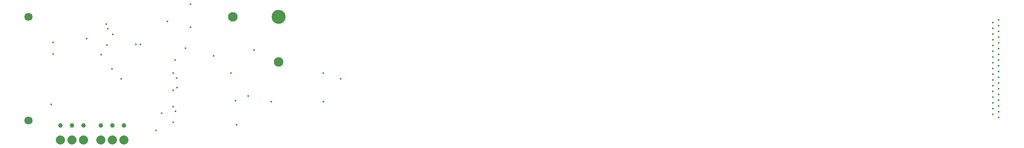
<source format=gbr>
%TF.GenerationSoftware,KiCad,Pcbnew,7.0.6*%
%TF.CreationDate,2023-10-18T20:19:36+02:00*%
%TF.ProjectId,Hydrofoil,48796472-6f66-46f6-996c-2e6b69636164,rev?*%
%TF.SameCoordinates,Original*%
%TF.FileFunction,Plated,1,2,PTH,Drill*%
%TF.FilePolarity,Positive*%
%FSLAX46Y46*%
G04 Gerber Fmt 4.6, Leading zero omitted, Abs format (unit mm)*
G04 Created by KiCad (PCBNEW 7.0.6) date 2023-10-18 20:19:36*
%MOMM*%
%LPD*%
G01*
G04 APERTURE LIST*
%TA.AperFunction,ViaDrill*%
%ADD10C,0.400000*%
%TD*%
%TA.AperFunction,ComponentDrill*%
%ADD11C,1.000000*%
%TD*%
%TA.AperFunction,ViaDrill*%
%ADD12C,1.800000*%
%TD*%
%TA.AperFunction,ViaDrill*%
%ADD13C,2.000000*%
%TD*%
%TA.AperFunction,ViaDrill*%
%ADD14C,2.100000*%
%TD*%
%TA.AperFunction,ViaDrill*%
%ADD15C,3.100000*%
%TD*%
G04 APERTURE END LIST*
D10*
X46863358Y-97120525D03*
X47273626Y-85931424D03*
X47290474Y-83366453D03*
X54610000Y-82550000D03*
X57864858Y-86111042D03*
X58924347Y-79353705D03*
X59160094Y-83965431D03*
X59322559Y-80355529D03*
X60235500Y-89263172D03*
X60348314Y-81591809D03*
X62230000Y-91440000D03*
X65446521Y-83803528D03*
X66504705Y-83837784D03*
X69850000Y-102870000D03*
X71120000Y-99060000D03*
X72390000Y-78740000D03*
X73660000Y-90170000D03*
X73660000Y-93980000D03*
X73660000Y-101084627D03*
X73687551Y-97623755D03*
X74128432Y-87250004D03*
X74215998Y-98618861D03*
X74460662Y-91244751D03*
X74516109Y-93363866D03*
X76387005Y-84636205D03*
X77470000Y-74930000D03*
X77470000Y-80010000D03*
X82550000Y-86360000D03*
X86360000Y-90170000D03*
X87399608Y-96259893D03*
X87630000Y-101600000D03*
X90170000Y-95250000D03*
X91440000Y-85090000D03*
X95250000Y-96520000D03*
X106680000Y-90170000D03*
X106680000Y-96520000D03*
X110490000Y-91440000D03*
X254048605Y-79001961D03*
X254048605Y-80271961D03*
X254048605Y-81541961D03*
X254048605Y-82811961D03*
X254048605Y-84081961D03*
X254048605Y-85351961D03*
X254048605Y-86621961D03*
X254048605Y-87891961D03*
X254048605Y-89161961D03*
X254048605Y-90431961D03*
X254048605Y-91701961D03*
X254048605Y-92971961D03*
X254048605Y-94241961D03*
X254048605Y-95511961D03*
X254048605Y-96781961D03*
X254048605Y-98051961D03*
X254048605Y-99321961D03*
X255318605Y-78366961D03*
X255318605Y-79636961D03*
X255318605Y-80906961D03*
X255318605Y-82176961D03*
X255318605Y-83446961D03*
X255318605Y-84716961D03*
X255318605Y-85986961D03*
X255318605Y-87256961D03*
X255318605Y-88526961D03*
X255318605Y-89796961D03*
X255318605Y-91066961D03*
X255318605Y-92336961D03*
X255318605Y-93606961D03*
X255318605Y-94876961D03*
X255318605Y-96146961D03*
X255318605Y-97416961D03*
X255318605Y-98686961D03*
X255318605Y-99956961D03*
D11*
%TO.C,J1*%
X48895000Y-101799127D03*
X51435000Y-101799127D03*
X53975000Y-101799127D03*
%TO.C,J2*%
X57785000Y-101799127D03*
X60325000Y-101799127D03*
X62865000Y-101799127D03*
%TD*%
D12*
X41847349Y-100675701D03*
X41849366Y-77680890D03*
D13*
X48895000Y-104974127D03*
X51435000Y-104974127D03*
X53975000Y-104974127D03*
X57785000Y-104974127D03*
X60325000Y-104974127D03*
X62865000Y-104974127D03*
D14*
X86846262Y-77673571D03*
X96847318Y-87670445D03*
D15*
X96841761Y-77674377D03*
M02*

</source>
